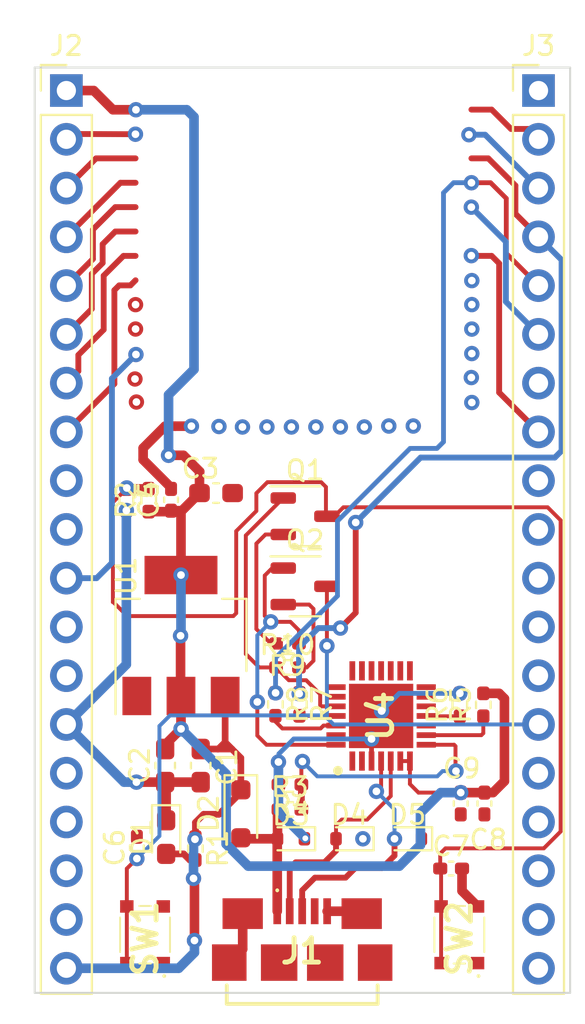
<source format=kicad_pcb>
(kicad_pcb (version 20221018) (generator pcbnew)
  (title_block (title " ESP32") (date "08/06/2023") (rev "V2.0") (company "MecatronicosRD") (comment 1 "JORGE LUIS MARTINEZ SUAREZ"))
  (layers (0 "F.Cu" signal "+3.3V") (1 "In1.Cu" signal) (2 "In2.Cu" signal) (31 "B.Cu" signal "GND") (34 "B.Paste" user) (35 "F.Paste" user) (36 "B.SilkS" user "B.Silkscreen") (37 "F.SilkS" user "F.Silkscreen") (38 "B.Mask" user) (39 "F.Mask" user) (44 "Edge.Cuts" user))
  (net 0 "")
  (net 1 "+5V")
  (net 2 "GND")
  (net 3 "+3.3V")
  (net 4 "/EN")
  (net 5 "/IO0")
  (net 6 "Net-(D1-A)")
  (net 7 "+VUSB")
  (net 8 "/USB_DP")
  (net 9 "/USB_DN")
  (net 11 "/SENSOR_VP")
  (net 12 "/SENSOR_VN")
  (net 13 "/IO34")
  (net 14 "/IO35")
  (net 15 "/IO32")
  (net 16 "/IO33")
  (net 17 "/IO25")
  (net 18 "/IO26")
  (net 19 "/IO27")
  (net 20 "/IO14")
  (net 21 "/IO12")
  (net 22 "/IO13")
  (net 23 "/SD2")
  (net 24 "/SD3")
  (net 25 "/CMD")
  (net 26 "/IO23")
  (net 27 "/IO22")
  (net 28 "/TXD0")
  (net 29 "/RXD0")
  (net 30 "/IO21")
  (net 31 "/IO19")
  (net 32 "/IO18")
  (net 33 "/IO5")
  (net 34 "/IO17")
  (net 35 "/IO16")
  (net 36 "/IO4")
  (net 37 "/IO2")
  (net 38 "/IO15")
  (net 39 "/SD1")
  (net 40 "/SD0")
  (net 41 "/CLK")
  (net 42 "/RTS")
  (net 43 "Net-(Q1-B)")
  (net 44 "Net-(Q2-B)")
  (net 45 "/VBUS1")
  (net 46 "Net-(U4-~{RST})")
  (net 47 "Net-(U4-~{SUSPEND})")
  (net 48 "/RXD")
  (net 49 "/TXD")
  (net 50 "/DCD")
  (net 51 "/RI")
  (net 64 "/CTS")
  (net 65 "/DSR")
  (net 66 "/DTR")
  (footprint "Capacitor_SMD:C_0402_1005Metric_Pad0.74x0.62mm_HandSolder" (layer "F.Cu") (at 128.5025 127.634055 -90)
    (fp_text reference "C5")
    (fp_text value "0.1uf")
  )
  (footprint "Capacitor_SMD:C_0402_1005Metric_Pad0.74x0.62mm_HandSolder" (layer "F.Cu") (at 129.0525 145.754055 90)
    (fp_text reference "C6")
    (fp_text value "0.1uf")
  )
  (footprint "Resistor_SMD:R_0402_1005Metric_Pad0.72x0.64mm_HandSolder" (layer "F.Cu") (at 147.1025 138.314055 90)
    (fp_text reference "R5")
    (fp_text value "2K")
  )
  (footprint "Resistor_SMD:R_0402_1005Metric_Pad0.72x0.64mm_HandSolder" (layer "F.Cu") (at 137.52 138.289055 -90)
    (fp_text reference "R7")
    (fp_text value "0R")
  )
  (footprint "LibKiCad:KMT021NGJLHS" (layer "F.Cu") (at 129.4775 150.291555 90)
    (fp_text reference "SW1")
    (fp_text value "SW_Push_Dual" hide)
  )
  (footprint "Capacitor_SMD:C_0402_1005Metric_Pad0.74x0.62mm_HandSolder" (layer "F.Cu") (at 145.925 143.454055 -90)
    (fp_text reference "C9")
    (fp_text value "4.7uf")
  )
  (footprint "Diode_SMD:D_SOD-523" (layer "F.Cu") (at 143.175 145.291555 180)
    (fp_text reference "D5")
    (fp_text value "ESD9B3.3ST5G")
  )
  (footprint "Connector_PinHeader_2.54mm:PinHeader_1x19_P2.54mm_Vertical" (layer "F.Cu") (at 125.3775 106.316555)
    (fp_text reference "J2")
    (fp_text value "Conn_01x19" hide)
  )
  (footprint "Package_TO_SOT_SMD:SOT-23-3" (layer "F.Cu") (at 137.815 128.491555)
    (fp_text reference "Q1")
    (fp_text value "S8050")
  )
  (footprint "Resistor_SMD:R_0402_1005Metric_Pad0.72x0.64mm_HandSolder" (layer "F.Cu") (at 145.8775 138.314055 90)
    (fp_text reference "R6")
    (fp_text value "10K")
  )
  (footprint "Capacitor_SMD:C_0603_1608Metric_Pad1.08x0.95mm_HandSolder" (layer "F.Cu") (at 133.1775 127.284055)
    (fp_text reference "C3")
    (fp_text value "22uf")
  )
  (footprint "Capacitor_SMD:C_0603_1608Metric_Pad1.08x0.95mm_HandSolder" (layer "F.Cu") (at 132.3775 141.479055 -90)
    (fp_text reference "C1")
    (fp_text value "22uf")
  )
  (footprint "Diode_SMD:D_SOD-323_HandSoldering" (layer "F.Cu") (at 134.46875 143.991555 -90)
    (fp_text reference "D2")
    (fp_text value "D_Schottky")
  )
  (footprint "Resistor_SMD:R_0402_1005Metric_Pad0.72x0.64mm_HandSolder" (layer "F.Cu") (at 137.025 142.466555 180)
    (fp_text reference "R4")
    (fp_text value "47.5K")
  )
  (footprint "Diode_SMD:D_SOD-523" (layer "F.Cu") (at 137.08 145.291555 180)
    (fp_text reference "D3")
    (fp_text value "ESD9B3.3ST5G")
  )
  (footprint "Capacitor_SMD:C_0402_1005Metric_Pad0.74x0.62mm_HandSolder" (layer "F.Cu") (at 130.8325 127.634055 90)
    (fp_text reference "C4")
    (fp_text value "0.1uf")
  )
  (footprint "Resistor_SMD:R_0402_1005Metric_Pad0.72x0.64mm_HandSolder" (layer "F.Cu") (at 136.9 135.116555 180)
    (fp_text reference "R9")
    (fp_text value "10K")
  )
  (footprint "Resistor_SMD:R_0402_1005Metric_Pad0.72x0.64mm_HandSolder" (layer "F.Cu") (at 129.6675 127.654055 90)
    (fp_text reference "R2")
    (fp_text value "10K")
  )
  (footprint "Capacitor_SMD:C_0402_1005Metric_Pad0.74x0.62mm_HandSolder" (layer "F.Cu") (at 145.425 146.841555)
    (fp_text reference "C7")
    (fp_text value "0.1uf")
  )
  (footprint "LibKiCad:KMT021NGJLHS" (layer "F.Cu") (at 145.8525 150.291555 90)
    (fp_text reference "SW2")
    (fp_text value "SW_Push_Dual" hide)
  )
  (footprint "Resistor_SMD:R_0402_1005Metric_Pad0.72x0.64mm_HandSolder" (layer "F.Cu") (at 137.025 143.764055)
    (fp_text reference "R3")
    (fp_text value "22.1K")
  )
  (footprint "KiCad:QFN50P500X500X80-29N-D" (layer "F.Cu") (at 141.7775 138.894055 90)
    (fp_text reference "U4")
    (fp_text value "CP2102N-Axx-xQFN28" hide)
  )
  (footprint "LED_SMD:LED_0603_1608Metric_Pad1.05x0.95mm_HandSolder" (layer "F.Cu") (at 130.5775 145.204055 -90)
    (fp_text reference "D1")
    (fp_text value "LED")
  )
  (footprint "Resistor_SMD:R_0402_1005Metric_Pad0.72x0.64mm_HandSolder" (layer "F.Cu") (at 136.27 138.289055 -90)
    (fp_text reference "R8")
    (fp_text value "0R")
  )
  (footprint "Resistor_SMD:R_0402_1005Metric_Pad0.72x0.64mm_HandSolder" (layer "F.Cu") (at 136.9 136.366555)
    (fp_text reference "R10")
    (fp_text value "10K")
  )
  (footprint "Package_TO_SOT_SMD:SOT-223-3_TabPin2" (layer "F.Cu") (at 131.35 134.704055 90)
    (fp_text reference "U1")
    (fp_text value "AMS1117-3.3")
  )
  (footprint "Capacitor_SMD:C_0603_1608Metric_Pad1.08x0.95mm_HandSolder" (layer "F.Cu") (at 130.5275 141.479055 -90)
    (fp_text reference "C2")
    (fp_text value "22uf")
  )
  (footprint "Package_TO_SOT_SMD:SOT-23-3" (layer "F.Cu") (at 137.815 132.141555)
    (fp_text reference "Q2")
    (fp_text value "S8050")
  )
  (footprint "Capacitor_SMD:C_0402_1005Metric_Pad0.74x0.62mm_HandSolder" (layer "F.Cu") (at 147.16 143.454055 -90)
    (fp_text reference "C8")
    (fp_text value "0.1uf")
  )
  (footprint "Diode_SMD:D_SOD-523" (layer "F.Cu") (at 140.1275 145.291555 180)
    (fp_text reference "D4")
    (fp_text value "ESD9B3.3ST5G")
  )
  (footprint "Resistor_SMD:R_0402_1005Metric_Pad0.72x0.64mm_HandSolder" (layer "F.Cu") (at 132.1025 145.801555 -90)
    (fp_text reference "R1")
    (fp_text value "2K")
  )
  (footprint "Connector_PinHeader_2.54mm:PinHeader_1x19_P2.54mm_Vertical" (layer "F.Cu") (at 149.9775 106.316555)
    (fp_text reference "J3")
    (fp_text value "Conn_01x19" hide)
  )
  (footprint "LibKiCad:miniUSB_10118192-0002LF" (layer "F.Cu") (at 137.665 151.366555)
    (fp_text reference "J1")
    (fp_text value "10118192-0002LF" hide)
  )
  (gr_line (start 123.7275 153.316555) (end 123.7275 105.116555) (stroke (width 0.1)) (layer "Edge.Cuts"))
  (gr_line (start 151.6275 105.116555) (end 151.6275 153.316555) (stroke (width 0.1)) (layer "Edge.Cuts"))
  (gr_line (start 151.6275 105.116555) (end 123.7275 105.116555) (stroke (width 0.1)) (layer "Edge.Cuts"))
  (gr_line (start 123.7275 153.316555) (end 151.6275 153.316555) (stroke (width 0.1)) (layer "Edge.Cuts"))
  (segment (start 134.0025 140.616555) (end 133.2525 140.616555) (width 0.35) (layer "F.Cu") (net 1))
  (segment (start 133.2525 140.616555) (end 132.3775 140.616555) (width 0.35) (layer "F.Cu") (net 1))
  (segment (start 133.2525 140.616555) (end 133.2975 140.616555) (width 0.35) (layer "F.Cu") (net 1))
  (segment (start 132.0525 150.591555) (end 132.0525 147.406055) (width 0.5) (layer "F.Cu") (net 1))
  (segment (start 132.1025 145.204055) (end 132.1025 144.441555) (width 0.35) (layer "F.Cu") (net 1))
  (segment (start 134.46875 142.875305) (end 134.46875 142.741555) (width 0.35) (layer "F.Cu") (net 1))
  (segment (start 133.65 140.264055) (end 133.65 137.854055) (width 0.35) (layer "F.Cu") (net 1))
  (segment (start 134.0025 140.616555) (end 133.65 140.264055) (width 0.35) (layer "F.Cu") (net 1))
  (segment (start 134.46875 141.082805) (end 134.0025 140.616555) (width 0.35) (layer "F.Cu") (net 1))
  (segment (start 132.5275 144.016555) (end 133.3275 144.016555) (width 0.35) (layer "F.Cu") (net 1))
  (segment (start 132.1025 144.441555) (end 132.5275 144.016555) (width 0.35) (layer "F.Cu") (net 1))
  (segment (start 133.3275 144.016555) (end 134.46875 142.875305) (width 0.35) (layer "F.Cu") (net 1))
  (segment (start 133.2975 140.616555) (end 133.65 140.264055) (width 0.35) (layer "F.Cu") (net 1))
  (segment (start 132.0525 147.406055) (end 132.0025 147.356055) (width 0.5) (layer "F.Cu") (net 1))
  (segment (start 134.46875 142.741555) (end 134.46875 141.082805) (width 0.35) (layer "F.Cu") (net 1))
  (via (at 132.0025 147.356055) (size 0.8) (drill 0.4) (layers "F.Cu" "B.Cu") (net 1))
  (via (at 132.0525 150.591555) (size 0.8) (drill 0.4) (layers "F.Cu" "B.Cu") (net 1))
  (via (at 132.0775 145.316555) (size 0.8) (drill 0.4) (layers "F.Cu" "B.Cu") (net 1))
  (segment (start 131.2325 152.036555) (end 132.0525 151.216555) (width 0.5) (layer "B.Cu") (net 1))
  (segment (start 132.0525 151.216555) (end 132.0525 150.591555) (width 0.5) (layer "B.Cu") (net 1))
  (segment (start 132.0025 145.391555) (end 132.0775 145.316555) (width 0.5) (layer "B.Cu") (net 1))
  (segment (start 125.3775 152.036555) (end 131.2325 152.036555) (width 0.5) (layer "B.Cu") (net 1))
  (segment (start 132.0025 147.356055) (end 132.0025 145.391555) (width 0.5) (layer "B.Cu") (net 1))
  (segment (start 141.2775 141.244055) (end 141.2775 140.091555) (width 0.25) (layer "F.Cu") (net 2))
  (segment (start 141.7775 139.591555) (end 141.2775 140.091555) (width 0.25) (layer "F.Cu") (net 2))
  (segment (start 140.64 149.066555) (end 140.765 149.191555) (width 0.5) (layer "F.Cu") (net 2))
  (segment (start 130.5275 142.341555) (end 129.0275 142.341555) (width 0.5) (layer "F.Cu") (net 2))
  (segment (start 130.8325 127.066555) (end 130.8325 127.001385) (width 0.5) (layer "F.Cu") (net 2))
  (segment (start 141.7775 138.894055) (end 141.7775 139.591555) (width 0.25) (layer "F.Cu") (net 2))
  (segment (start 129.3775 125.546385) (end 129.3775 124.941555) (width 0.5) (layer "F.Cu") (net 2))
  (segment (start 134.565 149.191555) (end 134.565 151.041555) (width 0.5) (layer "F.Cu") (net 2))
  (segment (start 138.965 149.066555) (end 140.64 149.066555) (width 0.5) (layer "F.Cu") (net 2))
  (segment (start 130.8325 127.001385) (end 129.3775 125.546385) (width 0.5) (layer "F.Cu") (net 2))
  (segment (start 130.5775 142.391555) (end 130.5275 142.341555) (width 0.5) (layer "F.Cu") (net 2))
  (segment (start 145.9925 146.841555) (end 145.9925 148.006555) (width 0.5) (layer "F.Cu") (net 2))
  (segment (start 137.8025 145.291555) (end 137.8275 145.266555) (width 0.2032) (layer "F.Cu") (net 2))
  (segment (start 141.7775 138.894055) (end 141.7775 138.660455) (width 0.25) (layer "F.Cu") (net 2))
  (segment (start 130.52 123.799055) (end 129.3775 124.941555) (width 0.5) (layer "F.Cu") (net 2))
  (segment (start 130.52 123.799055) (end 132.0225 123.799055) (width 0.25) (layer "F.Cu") (net 2))
  (segment (start 145.9925 148.006555) (end 146.8025 148.816555) (width 0.5) (layer "F.Cu") (net 2))
  (segment (start 128.5025 128.201555) (end 128.5025 128.192655) (width 0.25) (layer "F.Cu") (net 2))
  (segment (start 131.0525 123.799055) (end 130.52 123.799055) (width 0.5) (layer "F.Cu") (net 2))
  (segment (start 141.7775 138.660455) (end 141.8025 138.635455) (width 0.25) (layer "F.Cu") (net 2))
  (segment (start 130.5275 142.341555) (end 132.3775 142.341555) (width 0.5) (layer "F.Cu") (net 2))
  (segment (start 137.78 145.291555) (end 137.8025 145.291555) (width 0.2032) (layer "F.Cu") (net 2))
  (segment (start 130.5775 144.329055) (end 130.5775 142.391555) (width 0.5) (layer "F.Cu") (net 2))
  (segment (start 128.5025 128.192655) (end 128.5036 128.191555) (width 0.25) (layer "F.Cu") (net 2))
  (segment (start 134.565 151.041555) (end 133.865 151.741555) (width 0.5) (layer "F.Cu") (net 2))
  (segment (start 131.8925 123.799055) (end 131.0525 123.799055) (width 0.5) (layer "F.Cu") (net 2))
  (segment (start 136.4275 141.291555) (end 136.4275 142.466555) (width 0.25) (layer "F.Cu") (net 2))
  (via (at 145.8775 137.716555) (size 0.8) (drill 0.4) (layers "F.Cu" "B.Cu") (net 2))
  (via (at 131.8925 123.799055) (size 0.8) (drill 0.4) (layers "F.Cu" "B.Cu") (net 2))
  (via (at 129.0275 142.341555) (size 0.8) (drill 0.4) (layers "F.Cu" "B.Cu") (net 2))
  (via (at 141.2775 140.091555) (size 0.8) (drill 0.4) (layers "F.Cu" "B.Cu") (net 2))
  (via (at 141.8025 138.635455) (size 0.8) (drill 0.4) (layers "F.Cu" "B.Cu") (net 2))
  (via (at 128.5036 128.191555) (size 0.8) (drill 0.4) (layers "F.Cu" "B.Cu") (net 2))
  (via (at 140.8275 145.291555) (size 0.8) (drill 0.4) (layers "F.Cu" "B.Cu") (net 2))
  (via (at 137.8275 145.266555) (size 0.5) (drill 0.3) (layers "F.Cu" "B.Cu") (net 2))
  (via (at 136.4275 141.291555) (size 0.8) (drill 0.4) (layers "F.Cu" "B.Cu") (net 2))
  (segment (start 137.2275 140.091555) (end 136.4525 140.866555) (width 0.25) (layer "B.Cu") (net 2))
  (segment (start 136.4525 140.866555) (end 136.4525 141.266555) (width 0.25) (layer "B.Cu") (net 2))
  (segment (start 128.3825 142.341555) (end 125.3775 139.336555) (width 0.5) (layer "B.Cu") (net 2))
  (segment (start 125.3775 139.336555) (end 128.5036 136.210455) (width 0.5) (layer "B.Cu") (net 2))
  (segment (start 136.4525 141.266555) (end 136.4275 141.291555) (width 0.25) (layer "B.Cu") (net 2))
  (segment (start 136.4275 143.866555) (end 136.5275 143.966555) (width 0.5) (layer "B.Cu") (net 2))
  (segment (start 128.5036 136.210455) (end 128.5036 128.191555) (width 0.5) (layer "B.Cu") (net 2))
  (segment (start 136.4275 141.291555) (end 136.4275 142.191555) (width 0.5) (layer "B.Cu") (net 2))
  (segment (start 129.0275 142.341555) (end 128.3825 142.341555) (width 0.5) (layer "B.Cu") (net 2))
  (segment (start 142.7214 137.716555) (end 145.8775 137.716555) (width 0.25) (layer "B.Cu") (net 2))
  (segment (start 141.2775 140.091555) (end 137.2275 140.091555) (width 0.25) (layer "B.Cu") (net 2))
  (segment (start 136.4275 142.191555) (end 136.4275 143.866555) (width 0.5) (layer "B.Cu") (net 2))
  (segment (start 137.8275 145.266555) (end 136.5275 143.966555) (width 0.5) (layer "B.Cu") (net 2))
  (segment (start 141.8025 138.635455) (end 142.7214 137.716555) (width 0.25) (layer "B.Cu") (net 2))
  (segment (start 131.3525 139.566555) (end 131.35 139.564055) (width 0.5) (layer "F.Cu") (net 3))
  (segment (start 143.7325 142.886555) (end 145.925 142.886555) (width 0.2032) (layer "F.Cu") (net 3))
  (segment (start 143.7275 142.891555) (end 143.7325 142.886555) (width 0.2032) (layer "F.Cu") (net 3))
  (segment (start 147.6075 142.886555) (end 147.16 142.886555) (width 0.5) (layer "F.Cu") (net 3))
  (segment (start 127.8025 107.316555) (end 126.8025 106.316555) (width 0.5) (layer "F.Cu") (net 3))
  (segment (start 130.5275 140.616555) (end 130.5275 140.391555) (width 0.5) (layer "F.Cu") (net 3))
  (segment (start 131.3275 137.831555) (end 131.35 137.854055) (width 0.5) (layer "F.Cu") (net 3))
  (segment (start 128.9825 107.309055) (end 128.995 107.309055) (width 0.5) (layer "F.Cu") (net 3))
  (segment (start 132.315 127.284055) (end 131.3975 128.201555) (width 0.5) (layer "F.Cu") (net 3))
  (segment (start 147.1025 137.716555) (end 147.9275 137.716555) (width 0.5) (layer "F.Cu") (net 3))
  (segment (start 126.8025 106.316555) (end 125.3775 106.316555) (width 0.5) (layer "F.Cu") (net 3))
  (segment (start 148.2025 137.991555) (end 148.2025 142.291555) (width 0.5) (layer "F.Cu") (net 3))
  (segment (start 143.2775 141.244055) (end 143.2775 142.441555) (width 0.2032) (layer "F.Cu") (net 3))
  (segment (start 143.2775 142.441555) (end 143.7275 142.891555) (width 0.2032) (layer "F.Cu") (net 3))
  (segment (start 147.9275 137.716555) (end 148.2025 137.991555) (width 0.5) (layer "F.Cu") (net 3))
  (segment (start 131.4775 125.316555) (end 132.3275 126.166555) (width 0.5) (layer "F.Cu") (net 3))
  (segment (start 131.35 139.564055) (end 131.35 137.854055) (width 0.5) (layer "F.Cu") (net 3))
  (segment (start 148.2025 142.291555) (end 147.6075 142.886555) (width 0.5) (layer "F.Cu") (net 3))
  (segment (start 130.7825 128.251555) (end 130.8325 128.201555) (width 0.5) (layer "F.Cu") (net 3))
  (segment (start 130.7025 125.316555) (end 131.4775 125.316555) (width 0.5) (layer "F.Cu") (net 3))
  (segment (start 129.6675 128.251555) (end 130.7825 128.251555) (width 0.5) (layer "F.Cu") (net 3))
  (segment (start 131.35 131.554055) (end 131.35 128.249055) (width 0.5) (layer "F.Cu") (net 3))
  (segment (start 132.3275 126.166555) (end 132.315 126.179055) (width 0.5) (layer "F.Cu") (net 3))
  (segment (start 147.16 142.886555) (end 145.925 142.886555) (width 0.5) (layer "F.Cu") (net 3))
  (segment (start 131.3275 134.716555) (end 131.3275 137.831555) (width 0.5) (layer "F.Cu") (net 3))
  (segment (start 129.0025 107.316555) (end 127.8025 107.316555) (width 0.5) (layer "F.Cu") (net 3))
  (segment (start 132.315 126.179055) (end 132.315 127.284055) (width 0.5) (layer "F.Cu") (net 3))
  (segment (start 131.35 128.249055) (end 131.3975 128.201555) (width 0.5) (layer "F.Cu") (net 3))
  (segment (start 128.995 107.309055) (end 129.0025 107.316555) (width 0.5) (layer "F.Cu") (net 3))
  (segment (start 131.3975 128.201555) (end 130.8325 128.201555) (width 0.5) (layer "F.Cu") (net 3))
  (segment (start 130.5275 140.391555) (end 131.3525 139.566555) (width 0.5) (layer "F.Cu") (net 3))
  (segment (start 142.7775 141.244055) (end 143.2775 141.244055) (width 0.2032) (layer "F.Cu") (net 3))
  (via (at 130.7025 125.316555) (size 0.8) (drill 0.4) (layers "F.Cu" "B.Cu") (net 3))
  (via (at 129.0025 107.316555) (size 0.8) (drill 0.4) (layers "F.Cu" "B.Cu") (net 3))
  (via (at 131.3525 139.566555) (size 0.8) (drill 0.4) (layers "F.Cu" "B.Cu") (net 3))
  (via (at 131.35 131.554055) (size 0.8) (drill 0.4) (layers "F.Cu" "B.Cu") (net 3))
  (via (at 131.3275 134.716555) (size 0.8) (drill 0.4) (layers "F.Cu" "B.Cu") (net 3))
  (via (at 145.925 142.886555) (size 0.8) (drill 0.4) (layers "F.Cu" "B.Cu") (net 3))
  (segment (start 131.6525 107.316555) (end 132.0275 107.691555) (width 0.5) (layer "B.Cu") (net 3))
  (segment (start 133.7025 141.916555) (end 131.3525 139.566555) (width 0.5) (layer "B.Cu") (net 3))
  (segment (start 132.0275 120.841555) (end 130.7025 122.166555) (width 0.5) (layer "B.Cu") (net 3))
  (segment (start 142.7275 146.716555) (end 134.8525 146.716555) (width 0.5) (layer "B.Cu") (net 3))
  (segment (start 145.925 142.886555) (end 144.8825 142.886555) (width 0.5) (layer "B.Cu") (net 3))
  (segment (start 143.8275 143.941555) (end 143.8275 145.616555) (width 0.5) (layer "B.Cu") (net 3))
  (segment (start 132.0275 107.691555) (end 132.0275 120.841555) (width 0.5) (layer "B.Cu") (net 3))
  (segment (start 133.7025 145.566555) (end 133.7025 141.916555) (width 0.5) (layer "B.Cu") (net 3))
  (segment (start 129.0025 107.316555) (end 131.6525 107.316555) (width 0.5) (layer "B.Cu") (net 3))
  (segment (start 144.8825 142.886555) (end 143.8275 143.941555) (width 0.5) (layer "B.Cu") (net 3))
  (segment (start 131.35 134.694055) (end 131.3275 134.716555) (width 0.5) (layer "B.Cu") (net 3))
  (segment (start 134.8525 146.716555) (end 133.7025 145.566555) (width 0.5) (layer "B.Cu") (net 3))
  (segment (start 130.7025 122.166555) (end 130.7025 125.316555) (width 0.5) (layer "B.Cu") (net 3))
  (segment (start 131.35 131.554055) (end 131.35 134.694055) (width 0.5) (layer "B.Cu") (net 3))
  (segment (start 143.8275 145.616555) (end 142.7275 146.716555) (width 0.5) (layer "B.Cu") (net 3))
  (segment (start 144.9025 146.886555) (end 144.8575 146.841555) (width 0.2032) (layer "F.Cu") (net 4))
  (segment (start 128.9825 108.579055) (end 128.9775 108.591555) (width 0.3048) (layer "F.Cu") (net 4))
  (segment (start 135.2775 128.216555) (end 134.2275 129.266555) (width 0.2032) (layer "F.Cu") (net 4))
  (segment (start 138.9025 126.966555) (end 138.6525 126.716555) (width 0.2032) (layer "F.Cu") (net 4))
  (segment (start 135.8525 126.716555) (end 135.2775 127.291555) (width 0.2032) (layer "F.Cu") (net 4))
  (segment (start 138.9025 128.441555) (end 138.9025 126.966555) (width 0.2032) (layer "F.Cu") (net 4))
  (segment (start 139.8108 128.024955) (end 150.454509 128.024955) (width 0.2032) (layer "F.Cu") (net 4))
  (segment (start 151.1291 144.914955) (end 150.2525 145.791555) (width 0.2032) (layer "F.Cu") (net 4))
  (segment (start 138.6525 126.716555) (end 135.8525 126.716555) (width 0.2032) (layer "F.Cu") (net 4))
  (segment (start 125.655 108.579055) (end 125.3775 108.856555) (width 0.3048) (layer "F.Cu") (net 4))
  (segment (start 128.5025 127.066555) (end 129.6575 127.066555) (width 0.5) (layer "F.Cu") (net 4))
  (segment (start 128.9775 108.591555) (end 125.655 108.579055) (width 0.3048) (layer "F.Cu") (net 4))
  (segment (start 139.3442 128.491555) (end 139.8108 128.024955) (width 0.2032) (layer "F.Cu") (net 4))
  (segment (start 150.454509 128.024955) (end 151.1291 128.699546) (width 0.2032) (layer "F.Cu") (net 4))
  (segment (start 127.8025 132.966555) (end 127.8025 127.766555) (width 0.2032) (layer "F.Cu") (net 4))
  (segment (start 134.0775 133.691555) (end 128.5525 133.691555) (width 0.2032) (layer "F.Cu") (net 4))
  (segment (start 144.8575 146.061555) (end 144.8575 146.841555) (width 0.2032) (layer "F.Cu") (net 4))
  (segment (start 134.2275 129.266555) (end 134.2275 133.541555) (width 0.2032) (layer "F.Cu") (net 4))
  (segment (start 129.6575 127.066555) (end 129.6675 127.056555) (width 0.5) (layer "F.Cu") (net 4))
  (segment (start 145.1275 145.791555) (end 144.8575 146.061555) (width 0.2032) (layer "F.Cu") (net 4))
  (segment (start 138.9525 128.491555) (end 138.9025 128.441555) (width 0.2032) (layer "F.Cu") (net 4))
  (segment (start 127.8025 127.766555) (end 128.5025 127.066555) (width 0.2032) (layer "F.Cu") (net 4))
  (segment (start 128.5525 133.691555) (end 127.8275 132.966555) (width 0.2032) (layer "F.Cu") (net 4))
  (segment (start 144.9025 151.766555) (end 144.9025 148.816555) (width 0.2032) (layer "F.Cu") (net 4))
  (segment (start 150.2525 145.791555) (end 145.1275 145.791555) (width 0.2032) (layer "F.Cu") (net 4))
  (segment (start 135.2775 127.291555) (end 135.2775 128.216555) (width 0.2032) (layer "F.Cu") (net 4))
  (segment (start 134.2275 133.541555) (end 134.0775 133.691555) (width 0.2032) (layer "F.Cu") (net 4))
  (segment (start 127.8275 132.966555) (end 127.8025 132.966555) (width 0.2032) (layer "F.Cu") (net 4))
  (segment (start 144.9025 148.816555) (end 144.9025 146.886555) (width 0.2032) (layer "F.Cu") (net 4))
  (segment (start 151.1291 128.699546) (end 151.1291 144.914955) (width 0.2032) (layer "F.Cu") (net 4))
  (via (at 128.5275 127.016555) (size 0.8) (drill 0.4) (layers "F.Cu" "B.Cu") (net 4))
  (via (at 128.9775 108.591555) (size 0.8) (drill 0.4) (layers "F.Cu" "B.Cu") (net 4))
  (segment (start 128.5275 148.816555) (end 128.5275 146.846555) (width 0.2032) (layer "F.Cu") (net 5))
  (segment (start 138.9525 132.141555) (end 138.9525 135.240455) (width 0.2032) (layer "F.Cu") (net 5))
  (segment (start 138.9525 135.240455) (end 138.9536 135.241555) (width 0.2032) (layer "F.Cu") (net 5))
  (segment (start 128.5275 151.766555) (end 128.5275 148.816555) (width 0.2032) (layer "F.Cu") (net 5))
  (segment (start 128.5275 146.846555) (end 129.0525 146.321555) (width 0.2032) (layer "F.Cu") (net 5))
  (via (at 129.0525 146.321555) (size 0.8) (drill 0.4) (layers "F.Cu" "B.Cu") (net 5))
  (via (at 138.9536 135.241555) (size 0.8) (drill 0.4) (layers "F.Cu" "B.Cu") (net 5))
  (via (at 146.5025 122.566555) (size 0.8) (drill 0.4) (layers "F.Cu" "B.Cu") (net 5))
  (segment (start 130.2275 145.146555) (end 130.2275 139.416555) (width 0.2032) (layer "B.Cu") (net 5))
  (segment (start 138.9536 135.241555) (end 138.9525 135.242655) (width 0.2032) (layer "B.Cu") (net 5))
  (segment (start 130.7791 138.864955) (end 138.8259 138.864955) (width 0.2032) (layer "B.Cu") (net 5))
  (segment (start 138.9525 135.242655) (end 138.9525 138.991555) (width 0.2032) (layer "B.Cu") (net 5))
  (segment (start 138.9525 138.991555) (end 139.2975 139.336555) (width 0.2032) (layer "B.Cu") (net 5))
  (segment (start 129.0525 146.321555) (end 130.2275 145.146555) (width 0.2032) (layer "B.Cu") (net 5))
  (segment (start 139.2975 139.336555) (end 149.9775 139.336555) (width 0.2032) (layer "B.Cu") (net 5))
  (segment (start 138.8259 138.864955) (end 138.9525 138.991555) (width 0.2032) (layer "B.Cu") (net 5))
  (segment (start 130.2275 139.416555) (end 130.7791 138.864955) (width 0.2032) (layer "B.Cu") (net 5))
  (segment (start 130.5775 146.079055) (end 131.49 146.079055) (width 0.35) (layer "F.Cu") (net 6))
  (segment (start 132.1025 146.399055) (end 131.81 146.399055) (width 0.35) (layer "F.Cu") (net 6))
  (segment (start 131.49 146.079055) (end 131.81 146.399055) (width 0.35) (layer "F.Cu") (net 6))
  (segment (start 136.365 145.306555) (end 136.38 145.291555) (width 0.5) (layer "F.Cu") (net 7))
  (segment (start 134.51875 145.291555) (end 134.46875 145.241555) (width 0.5) (layer "F.Cu") (net 7))
  (segment (start 136.365 149.066555) (end 136.365 145.306555) (width 0.5) (layer "F.Cu") (net 7))
  (segment (start 136.38 145.291555) (end 136.38 143.811555) (width 0.5) (layer "F.Cu") (net 7))
  (segment (start 136.38 143.811555) (end 136.4275 143.764055) (width 0.5) (layer "F.Cu") (net 7))
  (segment (start 136.38 145.291555) (end 134.51875 145.291555) (width 0.5) (layer "F.Cu") (net 7))
  (segment (start 139.9275 147.316555) (end 138.3275 147.316555) (width 0.3048) (layer "F.Cu") (net 8))
  (segment (start 140.4275 146.816555) (end 139.9275 147.316555) (width 0.3048) (layer "F.Cu") (net 8))
  (segment (start 141.8275 146.816555) (end 140.4275 146.816555) (width 0.3048) (layer "F.Cu") (net 8))
  (segment (start 141.531197 142.821352) (end 141.7775 142.575049) (width 0.2032) (layer "F.Cu") (net 8))
  (segment (start 141.7775 142.575049) (end 141.7775 141.244055) (width 0.2032) (layer "F.Cu") (net 8))
  (segment (start 142.475 145.291555) (end 142.475 146.169055) (width 0.3048) (layer "F.Cu") (net 8))
  (segment (start 142.475 146.169055) (end 141.8275 146.816555) (width 0.3048) (layer "F.Cu") (net 8))
  (segment (start 138.3275 147.316555) (end 137.665 147.979055) (width 0.3048) (layer "F.Cu") (net 8))
  (segment (start 137.665 147.979055) (end 137.665 149.066555) (width 0.3048) (layer "F.Cu") (net 8))
  (via (at 142.475 145.291555) (size 0.8) (drill 0.4) (layers "F.Cu" "B.Cu") (net 8))
  (via (at 141.531197 142.821352) (size 0.8) (drill 0.4) (layers "F.Cu" "B.Cu") (net 8))
  (segment (start 142.475 143.765155) (end 142.475 145.291555) (width 0.2032) (layer "B.Cu") (net 8))
  (segment (start 141.531197 142.821352) (end 142.475 143.765155) (width 0.2032) (layer "B.Cu") (net 8))
  (segment (start 138.8275 146.516555) (end 137.3275 146.516555) (width 0.3048) (layer "F.Cu") (net 9))
  (segment (start 139.4275 145.291555) (end 139.4525 145.291555) (width 0.3048) (layer "F.Cu") (net 9))
  (segment (start 142.2775 143.066555) (end 141.0525 144.291555) (width 0.2032) (layer "F.Cu") (net 9))
  (segment (start 139.4275 145.916555) (end 138.8275 146.516555) (width 0.3048) (layer "F.Cu") (net 9))
  (segment (start 137.015 146.829055) (end 137.015 149.066555) (width 0.3048) (layer "F.Cu") (net 9))
  (segment (start 137.3275 146.516555) (end 137.015 146.829055) (width 0.3048) (layer "F.Cu") (net 9))
  (segment (start 141.0525 144.291555) (end 139.7275 144.291555) (width 0.2032) (layer "F.Cu") (net 9))
  (segment (start 139.4275 145.291555) (end 139.4275 145.916555) (width 0.3048) (layer "F.Cu") (net 9))
  (segment (start 139.4275 144.591555) (end 139.4275 145.291555) (width 0.2032) (layer "F.Cu") (net 9))
  (segment (start 142.2775 141.244055) (end 142.2775 143.066555) (width 0.2032) (layer "F.Cu") (net 9))
  (segment (start 139.7275 144.291555) (end 139.4275 144.591555) (width 0.2032) (layer "F.Cu") (net 9))
  (segment (start 126.925 109.849055) (end 125.3775 111.396555) (width 0.3048) (layer "F.Cu") (net 11))
  (segment (start 128.9825 109.849055) (end 126.925 109.849055) (width 0.3048) (layer "F.Cu") (net 11))
  (segment (start 128.195 111.119055) (end 125.3775 113.936555) (width 0.3048) (layer "F.Cu") (net 12))
  (segment (start 128.9825 111.119055) (end 128.195 111.119055) (width 0.3048) (layer "F.Cu") (net 12))
  (segment (start 127.9277 112.389055) (end 128.9825 112.389055) (width 0.3048) (layer "F.Cu") (net 13))
  (segment (start 126.7625 113.554255) (end 127.9277 112.389055) (width 0.3048) (layer "F.Cu") (net 13))
  (segment (start 125.3775 116.476555) (end 126.7625 115.091555) (width 0.3048) (layer "F.Cu") (net 13))
  (segment (start 126.7625 115.091555) (end 126.7625 113.554255) (width 0.3048) (layer "F.Cu") (net 13))
  (segment (start 128.9825 113.659055) (end 127.9277 113.659055) (width 0.3048) (layer "F.Cu") (net 14))
  (segment (start 127.2673 115.300651) (end 126.7025 115.865451) (width 0.3048) (layer "F.Cu") (net 14))
  (segment (start 127.9277 113.659055) (end 127.2673 114.319455) (width 0.3048) (layer "F.Cu") (net 14))
  (segment (start 126.7025 115.865451) (end 126.7025 117.691555) (width 0.3048) (layer "F.Cu") (net 14))
  (segment (start 126.7025 117.691555) (end 125.3775 119.016555) (width 0.3048) (layer "F.Cu") (net 14))
  (segment (start 127.2673 114.319455) (end 127.2673 115.300651) (width 0.3048) (layer "F.Cu") (net 14))
  (segment (start 128.352792 114.929055) (end 127.321396 115.960451) (width 0.3048) (layer "F.Cu") (net 15))
  (segment (start 126.0025 120.092006) (end 126.0025 120.931555) (width 0.3048) (layer "F.Cu") (net 15))
  (segment (start 127.321396 118.77311) (end 126.0025 120.092006) (width 0.3048) (layer "F.Cu") (net 15))
  (segment (start 127.321396 115.960451) (end 127.321396 118.77311) (width 0.3048) (layer "F.Cu") (net 15))
  (segment (start 126.0025 120.931555) (end 125.3775 121.556555) (width 0.3048) (layer "F.Cu") (net 15))
  (segment (start 128.9825 114.929055) (end 128.352792 114.929055) (width 0.3048) (layer "F.Cu") (net 15))
  (segment (start 128.715 116.466555) (end 128.1275 116.466555) (width 0.3048) (layer "F.Cu") (net 16))
  (segment (start 128.1275 116.466555) (end 127.8801 116.713955) (width 0.3048) (layer "F.Cu") (net 16))
  (segment (start 127.8801 121.593955) (end 125.3775 124.096555) (width 0.3048) (layer "F.Cu") (net 16))
  (segment (start 127.8801 116.713955) (end 127.8801 121.593955) (width 0.3048) (layer "F.Cu") (net 16))
  (segment (start 128.9825 116.199055) (end 128.715 116.466555) (width 0.3048) (layer "F.Cu") (net 16))
  (via blind (at 128.9825 117.469055) (size 0.8) (drill 0.4) (layers "F.Cu" "In1.Cu") (net 17))
  (via blind (at 128.9825 118.739055) (size 0.8) (drill 0.4) (layers "F.Cu" "In2.Cu") (net 18))
  (via blind (at 129.0025 120.066555) (size 0.8) (drill 0.4) (layers "F.Cu" "B.Cu") (net 19))
  (segment (start 126.9525 131.716555) (end 125.3775 131.716555) (width 0.3048) (layer "B.Cu") (net 19))
  (segment (start 129.0025 120.066555) (end 127.7512 121.317855) (width 0.3048) (layer "B.Cu") (net 19))
  (segment (start 127.7512 121.317855) (end 127.7512 130.917855) (width 0.3048) (layer "B.Cu") (net 19))
  (segment (start 127.7512 130.917855) (end 126.9525 131.716555) (width 0.3048) (layer "B.Cu") (net 19))
  (via blind (at 128.9525 121.341555) (size 0.8) (drill 0.4) (layers "F.Cu" "In1.Cu") (net 20))
  (via blind (at 129.0275 122.541555) (size 0.8) (drill 0.4) (layers "F.Cu" "In2.Cu") (net 21))
  (via (at 133.3275 123.816555) (size 0.8) (drill 0.4) (layers "F.Cu" "B.Cu") (net 22))
  (via (at 134.5525 123.841555) (size 0.8) (drill 0.4) (layers "F.Cu" "B.Cu") (net 23))
  (via (at 135.8275 123.841555) (size 0.8) (drill 0.4) (layers "F.Cu" "B.Cu") (net 24))
  (via (at 137.1025 123.841555) (size 0.8) (drill 0.4) (layers "F.Cu" "B.Cu") (net 25))
  (segment (start 149.4375 108.316555) (end 149.9775 108.856555) (width 0.3048) (layer "F.Cu") (net 26))
  (segment (start 147.5373 107.309055) (end 148.5448 108.316555) (width 0.3048) (layer "F.Cu") (net 26))
  (segment (start 146.4825 107.309055) (end 147.5373 107.309055) (width 0.3048) (layer "F.Cu") (net 26))
  (segment (start 148.5448 108.316555) (end 149.4375 108.316555) (width 0.3048) (layer "F.Cu") (net 26))
  (segment (start 146.3525 108.579055) (end 146.3525 108.616555) (width 0.3048) (layer "F.Cu") (net 27))
  (via (at 146.3525 108.616555) (size 0.8) (drill 0.4) (layers "F.Cu" "B.Cu") (net 27))
  (segment (start 147.1975 108.616555) (end 149.9775 111.396555) (width 0.3048) (layer "B.Cu") (net 27))
  (segment (start 146.3525 108.616555) (end 147.1975 108.616555) (width 0.3048) (layer "B.Cu") (net 27))
  (segment (start 140.4525 133.517655) (end 140.4525 128.816555) (width 0.3048) (layer "F.Cu") (net 28))
  (segment (start 137.52 137.721702) (end 137.508147 137.733555) (width 0.5) (layer "F.Cu") (net 28))
  (segment (start 139.6536 134.316555) (end 140.4525 133.517655) (width 0.3048) (layer "F.Cu") (net 28))
  (segment (start 147.36 109.849055) (end 146.4825 109.849055) (width 0.3048) (layer "F.Cu") (net 28))
  (segment (start 137.52 137.691555) (end 137.52 137.721702) (width 0.5) (layer "F.Cu") (net 28))
  (segment (start 149.9775 113.936555) (end 148.7751 112.734155) (width 0.3048) (layer "F.Cu") (net 28))
  (segment (start 148.7751 112.734155) (end 148.7751 111.264155) (width 0.3048) (layer "F.Cu") (net 28))
  (segment (start 148.7751 111.264155) (end 147.36 109.849055) (width 0.3048) (layer "F.Cu") (net 28))
  (via (at 139.6536 134.316555) (size 0.8) (drill 0.4) (layers "F.Cu" "B.Cu") (net 28))
  (via (at 140.4525 128.816555) (size 0.8) (drill 0.4) (layers "F.Cu" "B.Cu") (net 28))
  (via (at 137.508147 137.733555) (size 0.8) (drill 0.4) (layers "F.Cu" "B.Cu") (net 28))
  (segment (start 151.1799 115.138955) (end 151.1799 125.081755) (width 0.3048) (layer "B.Cu") (net 28))
  (segment (start 143.8349 125.434155) (end 140.4525 128.816555) (width 0.3048) (layer "B.Cu") (net 28))
  (segment (start 150.8275 125.434155) (end 143.8349 125.434155) (width 0.3048) (layer "B.Cu") (net 28))
  (segment (start 149.9775 113.936555) (end 151.1799 115.138955) (width 0.3048) (layer "B.Cu") (net 28))
  (segment (start 137.508147 137.733555) (end 137.5025 137.727908) (width 0.3048) (layer "B.Cu") (net 28))
  (segment (start 138.5025 134.316555) (end 139.6536 134.316555) (width 0.3048) (layer "B.Cu") (net 28))
  (segment (start 151.1799 125.081755) (end 150.8275 125.434155) (width 0.3048) (layer "B.Cu") (net 28))
  (segment (start 137.5025 135.316555) (end 138.5025 134.316555) (width 0.3048) (layer "B.Cu") (net 28))
  (segment (start 137.5025 137.727908) (end 137.5025 135.316555) (width 0.3048) (layer "B.Cu") (net 28))
  (segment (start 136.27 137.691555) (end 136.2775 137.691555) (width 0.25) (layer "F.Cu") (net 29))
  (segment (start 148.2977 111.934255) (end 148.2977 114.796755) (width 0.25) (layer "F.Cu") (net 29))
  (segment (start 148.2977 114.796755) (end 149.9775 116.476555) (width 0.25) (layer "F.Cu") (net 29))
  (segment (start 146.4825 111.119055) (end 147.4825 111.119055) (width 0.25) (layer "F.Cu") (net 29))
  (segment (start 147.4825 111.119055) (end 148.2977 111.934255) (width 0.25) (layer "F.Cu") (net 29))
  (via (at 136.2775 137.691555) (size 0.8) (drill 0.4) (layers "F.Cu" "B.Cu") (net 29))
  (via (at 146.4825 111.119055) (size 0.8) (drill 0.4) (layers "F.Cu" "B.Cu") (net 29))
  (segment (start 136.2775 135.866409) (end 139.5025 132.641409) (width 0.25) (layer "B.Cu") (net 29))
  (segment (start 139.5025 132.641409) (end 139.5025 128.74125) (width 0.25) (layer "B.Cu") (net 29))
  (segment (start 144.6873 124.956755) (end 145.0275 124.616555) (width 0.25) (layer "B.Cu") (net 29))
  (segment (start 143.286995 124.956755) (end 144.6873 124.956755) (width 0.25) (layer "B.Cu") (net 29))
  (segment (start 139.5025 128.74125) (end 143.286995 124.956755) (width 0.25) (layer "B.Cu") (net 29))
  (segment (start 136.2775 137.691555) (end 136.2775 135.866409) (width 0.25) (layer "B.Cu") (net 29))
  (segment (start 146.3775 111.116555) (end 146.38 111.119055) (width 0.25) (layer "B.Cu") (net 29))
  (segment (start 146.38 111.119055) (end 146.4825 111.119055) (width 0.25) (layer "B.Cu") (net 29))
  (segment (start 145.0275 111.641555) (end 145.5525 111.116555) (width 0.25) (layer "B.Cu") (net 29))
  (segment (start 145.5525 111.116555) (end 146.3775 111.116555) (width 0.25) (layer "B.Cu") (net 29))
  (segment (start 145.0275 124.616555) (end 145.0275 111.641555) (width 0.25) (layer "B.Cu") (net 29))
  (via (at 146.4775 112.391555) (size 0.8) (drill 0.4) (layers "F.Cu" "B.Cu") (net 30))
  (segment (start 148.2775 114.191555) (end 148.2775 117.316555) (width 0.3048) (layer "B.Cu") (net 30))
  (segment (start 148.2775 117.316555) (end 149.9775 119.016555) (width 0.3048) (layer "B.Cu") (net 30))
  (segment (start 146.4775 112.391555) (end 148.2775 114.191555) (width 0.3048) (layer "B.Cu") (net 30))
  (segment (start 147.5373 114.929055) (end 147.9275 115.319255) (width 0.3048) (layer "F.Cu") (net 31))
  (segment (start 146.4825 114.929055) (end 147.5373 114.929055) (width 0.3048) (layer "F.Cu") (net 31))
  (segment (start 147.9275 122.046555) (end 149.9775 124.096555) (width 0.3048) (layer "F.Cu") (net 31))
  (segment (start 147.9275 115.319255) (end 147.9275 122.046555) (width 0.3048) (layer "F.Cu") (net 31))
  (via (at 146.4775 114.916555) (size 0.8) (drill 0.4) (layers "F.Cu" "B.Cu") (net 31))
  (via (at 146.5025 116.216555) (size 0.8) (drill 0.4) (layers "F.Cu" "B.Cu") (net 32))
  (via (at 146.5025 117.466555) (size 0.8) (drill 0.4) (layers "F.Cu" "B.Cu") (net 33))
  (via (at 146.5025 118.741555) (size 0.8) (drill 0.4) (layers "F.Cu" "B.Cu") (net 34))
  (via (at 146.5025 120.016555) (size 0.8) (drill 0.4) (layers "F.Cu" "B.Cu") (net 35))
  (via (at 146.4775 121.266555) (size 0.8) (drill 0.4) (layers "F.Cu" "B.Cu") (net 36))
  (via (at 143.4525 123.791555) (size 0.8) (drill 0.4) (layers "F.Cu" "B.Cu") (net 37))
  (via (at 142.1775 123.791555) (size 0.8) (drill 0.4) (layers "F.Cu" "B.Cu") (net 38))
  (via (at 140.9025 123.841555) (size 0.8) (drill 0.4) (layers "F.Cu" "B.Cu") (net 39))
  (via (at 139.6525 123.841555) (size 0.8) (drill 0.4) (layers "F.Cu" "B.Cu") (net 40))
  (via (at 138.3775 123.841555) (size 0.8) (drill 0.4) (layers "F.Cu" "B.Cu") (net 41))
  (segment (start 134.7275 129.491555) (end 134.7275 135.666555) (width 0.2032) (layer "F.Cu") (net 42))
  (segment (start 137.871201 137.032455) (end 138.6025 137.763754) (width 0.2032) (layer "F.Cu") (net 42))
  (segment (start 138.6025 138.322255) (end 138.6743 138.394055) (width 0.2032) (layer "F.Cu") (net 42))
  (segment (start 135.4275 136.366555) (end 136.3025 136.366555) (width 0.2032) (layer "F.Cu") (net 42))
  (segment (start 138.6743 138.394055) (end 139.4275 138.394055) (width 0.2032) (layer "F.Cu") (net 42))
  (segment (start 136.6775 127.541555) (end 134.7275 129.491555) (width 0.2032) (layer "F.Cu") (net 42))
  (segment (start 138.6025 137.763754) (end 138.6025 138.322255) (width 0.2032) (layer "F.Cu") (net 42))
  (segment (start 134.7275 135.666555) (end 135.4275 136.366555) (width 0.2032) (layer "F.Cu") (net 42))
  (segment (start 136.9684 137.032455) (end 137.871201 137.032455) (width 0.2032) (layer "F.Cu") (net 42))
  (segment (start 136.3025 136.366555) (end 136.9684 137.032455) (width 0.2032) (layer "F.Cu") (net 42))
  (segment (start 135.2775 129.916555) (end 135.7525 129.441555) (width 0.2032) (layer "F.Cu") (net 43))
  (segment (start 135.7525 129.441555) (end 136.6775 129.441555) (width 0.2032) (layer "F.Cu") (net 43))
  (segment (start 136.0275 135.116555) (end 135.2775 134.366555) (width 0.2032) (layer "F.Cu") (net 43))
  (segment (start 136.3025 135.116555) (end 136.0275 135.116555) (width 0.2032) (layer "F.Cu") (net 43))
  (segment (start 135.2775 134.366555) (end 135.2775 129.916555) (width 0.2032) (layer "F.Cu") (net 43))
  (segment (start 138.0275 133.091555) (end 136.6775 133.091555) (width 0.2032) (layer "F.Cu") (net 44))
  (segment (start 138.2525 133.316555) (end 138.0275 133.091555) (width 0.2032) (layer "F.Cu") (net 44))
  (segment (start 137.4975 136.366555) (end 137.9025 136.366555) (width 0.2032) (layer "F.Cu") (net 44))
  (segment (start 138.2525 136.016555) (end 138.2525 133.316555) (width 0.2032) (layer "F.Cu") (net 44))
  (segment (start 137.9025 136.366555) (end 138.2525 136.016555) (width 0.2032) (layer "F.Cu") (net 44))
  (segment (start 145.6525 141.266555) (end 145.6525 141.741555) (width 0.2032) (layer "F.Cu") (net 45))
  (segment (start 137.6225 142.466555) (end 137.6225 141.321555) (width 0.2032) (layer "F.Cu") (net 45))
  (segment (start 137.6225 143.764055) (end 137.6225 142.466555) (width 0.35) (layer "F.Cu") (net 45))
  (segment (start 145.5775 140.391555) (end 145.575 140.394055) (width 0.2032) (layer "F.Cu") (net 45))
  (segment (start 145.6525 141.266555) (end 145.6525 140.466555) (width 0.2032) (layer "F.Cu") (net 45))
  (segment (start 145.575 140.394055) (end 144.1275 140.394055) (width 0.2032) (layer "F.Cu") (net 45))
  (segment (start 137.6225 141.321555) (end 137.6775 141.266555) (width 0.2032) (layer "F.Cu") (net 45))
  (segment (start 145.6525 141.741555) (end 145.6775 141.766555) (width 0.2032) (layer "F.Cu") (net 45))
  (segment (start 145.6525 140.466555) (end 145.5775 140.391555) (width 0.2032) (layer "F.Cu") (net 45))
  (via (at 137.6775 141.266555) (size 0.8) (drill 0.4) (layers "F.Cu" "B.Cu") (net 45))
  (via (at 145.6775 141.766555) (size 0.8) (drill 0.4) (layers "F.Cu" "B.Cu") (net 45))
  (segment (start 138.4525 142.041555) (end 137.6775 141.266555) (width 0.2032) (layer "B.Cu") (net 45))
  (segment (start 144.7025 142.041555) (end 138.4525 142.041555) (width 0.2032) (layer "B.Cu") (net 45))
  (segment (start 145.6775 141.766555) (end 144.9775 141.766555) (width 0.2032) (layer "B.Cu") (net 45))
  (segment (start 144.9775 141.766555) (end 144.7025 142.041555) (width 0.2032) (layer "B.Cu") (net 45))
  (segment (start 147.1025 138.911555) (end 147.1025 139.791555) (width 0.2032) (layer "F.Cu") (net 46))
  (segment (start 147 139.894055) (end 144.1275 139.894055) (width 0.2032) (layer "F.Cu") (net 46))
  (segment (start 147.1025 139.791555) (end 147 139.894055) (width 0.2032) (layer "F.Cu") (net 46))
  (segment (start 145.8775 138.911555) (end 144.145 138.911555) (width 0.2032) (layer "F.Cu") (net 47))
  (segment (start 144.145 138.911555) (end 144.1275 138.894055) (width 0.2032) (layer "F.Cu") (net 47))
  (segment (start 137.52 138.886555) (end 139.42 138.886555) (width 0.2032) (layer "F.Cu") (net 48))
  (segment (start 139.42 138.886555) (end 139.4275 138.894055) (width 0.2032) (layer "F.Cu") (net 48))
  (segment (start 138.6234 139.545655) (end 138.775 139.394055) (width 0.2032) (layer "F.Cu") (net 49))
  (segment (start 138.775 139.394055) (end 139.4275 139.394055) (width 0.2032) (layer "F.Cu") (net 49))
  (segment (start 136.27 139.184055) (end 136.6316 139.545655) (width 0.2032) (layer "F.Cu") (net 49))
  (segment (start 136.6316 139.545655) (end 138.6234 139.545655) (width 0.2032) (layer "F.Cu") (net 49))
  (segment (start 136.27 138.886555) (end 136.27 139.184055) (width 0.2032) (layer "F.Cu") (net 49))
  (segment (start 136.1025 131.191555) (end 136.6775 131.191555) (width 0.2032) (layer "F.Cu") (net 66))
  (segment (start 136.0275 133.991555) (end 135.7134 133.677455) (width 0.2032) (layer "F.Cu") (net 66))
  (segment (start 135.7134 131.580655) (end 136.1025 131.191555) (width 0.2032) (layer "F.Cu") (net 66))
  (segment (start 135.3275 138.163855) (end 135.3275 139.916555) (width 0.2032) (layer "F.Cu") (net 66))
  (segment (start 135.3275 139.916555) (end 135.805 140.394055) (width 0.2032) (layer "F.Cu") (net 66))
  (segment (start 135.7134 133.677455) (end 135.7134 131.580655) (width 0.2032) (layer "F.Cu") (net 66))
  (segment (start 137.0525 133.991555) (end 136.0275 133.991555) (width 0.2032) (layer "F.Cu") (net 66))
  (segment (start 137.4975 135.116555) (end 137.4975 134.436555) (width 0.2032) (layer "F.Cu") (net 66))
  (segment (start 137.4975 134.436555) (end 137.0525 133.991555) (width 0.2032) (layer "F.Cu") (net 66))
  (segment (start 135.805 140.394055) (end 139.4275 140.394055) (width 0.2032) (layer "F.Cu") (net 66))
  (via (at 135.3275 138.163855) (size 0.8) (drill 0.4) (layers "F.Cu" "B.Cu") (net 66))
  (via (at 136.0275 133.991555) (size 0.8) (drill 0.4) (layers "F.Cu" "B.Cu") (net 66))
  (segment (start 135.3275 134.691555) (end 135.3275 138.163855) (width 0.2032) (layer "B.Cu") (net 66))
  (segment (start 136.0275 133.991555) (end 135.3275 134.691555) (width 0.2032) (layer "B.Cu") (net 66))
)
</source>
